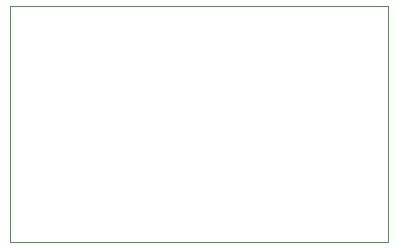
<source format=gbr>
G04 #@! TF.GenerationSoftware,KiCad,Pcbnew,5.1.5-52549c5~86~ubuntu16.04.1*
G04 #@! TF.CreationDate,2020-07-29T15:08:35+05:30*
G04 #@! TF.ProjectId,MQxx Gas Sensor V1.0,4d517878-2047-4617-9320-53656e736f72,V1.0*
G04 #@! TF.SameCoordinates,Original*
G04 #@! TF.FileFunction,Profile,NP*
%FSLAX46Y46*%
G04 Gerber Fmt 4.6, Leading zero omitted, Abs format (unit mm)*
G04 Created by KiCad (PCBNEW 5.1.5-52549c5~86~ubuntu16.04.1) date 2020-07-29 15:08:35*
%MOMM*%
%LPD*%
G04 APERTURE LIST*
%ADD10C,0.050000*%
G04 APERTURE END LIST*
D10*
X157000000Y-79000000D02*
X157000000Y-99000000D01*
X125000000Y-79000000D02*
X125000000Y-99000000D01*
X125000000Y-99000000D02*
X157000000Y-99000000D01*
X125000000Y-79000000D02*
X157000000Y-79000000D01*
M02*

</source>
